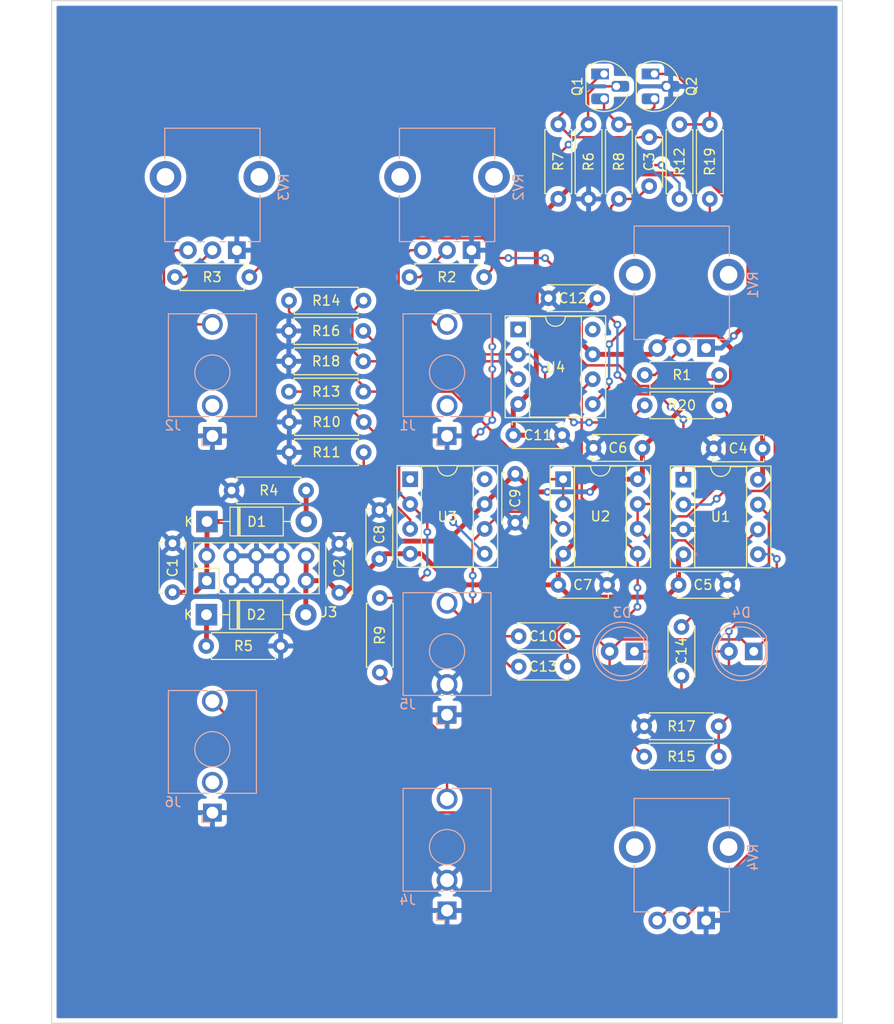
<source format=kicad_pcb>
(kicad_pcb (version 20211014) (generator pcbnew)
  (layers (0 "F.Cu" signal) (31 "B.Cu" signal) (34 "B.Paste" user) (35 "F.Paste" user) (36 "B.SilkS" user "B.Silkscreen") (37 "F.SilkS" user "F.Silkscreen") (38 "B.Mask" user) (39 "F.Mask" user) (44 "Edge.Cuts" user))
  (net 0 "")
  (net 1 "+12V")
  (net 2 "GND")
  (net 3 "-12V")
  (net 4 "Net-(C3-Pad1)")
  (net 5 "Net-(C3-Pad2)")
  (net 6 "Net-(C10-Pad1)")
  (net 7 "Net-(C10-Pad2)")
  (net 8 "Net-(C13-Pad1)")
  (net 9 "Net-(C13-Pad2)")
  (net 10 "Net-(C14-Pad1)")
  (net 11 "Net-(C14-Pad2)")
  (net 12 "Net-(D1-Pad2)")
  (net 13 "Net-(D2-Pad1)")
  (net 14 "Net-(D3-Pad1)")
  (net 16 "Net-(J1-PadT)")
  (net 18 "Net-(J2-PadT)")
  (net 19 "Net-(J4-PadT)")
  (net 21 "Net-(Q1-Pad2)")
  (net 22 "Net-(Q1-Pad3)")
  (net 23 "Net-(Q2-Pad1)")
  (net 24 "Net-(R1-Pad1)")
  (net 25 "Net-(R2-Pad1)")
  (net 26 "Net-(R3-Pad1)")
  (net 27 "Net-(R10-Pad1)")
  (net 28 "Net-(R11-Pad1)")
  (net 29 "Net-(R12-Pad2)")
  (net 30 "Net-(R13-Pad2)")
  (net 31 "Net-(R14-Pad2)")
  (net 32 "Net-(R16-Pad1)")
  (net 33 "Net-(R19-Pad2)")
  (net 34 "Net-(RV4-Pad2)")
  (footprint "Capacitor_THT:C_Disc_D5.0mm_W2.5mm_P5.00mm" (layer "F.Cu") (at 129.45 104.025 -90)
    (fp_text reference "C2")
    (fp_text value "1u")
  )
  (footprint "Capacitor_THT:C_Disc_D5.0mm_W2.5mm_P5.00mm" (layer "F.Cu") (at 172.75 94.275 180)
    (fp_text reference "C4")
    (fp_text value "0.1u")
  )
  (footprint "Resistor_THT:R_Axial_DIN0207_L6.3mm_D2.5mm_P7.62mm_Horizontal" (layer "F.Cu") (at 133.6 117.185 90)
    (fp_text reference "R9")
    (fp_text value "10k")
  )
  (footprint "Resistor_THT:R_Axial_DIN0207_L6.3mm_D2.5mm_P7.62mm_Horizontal" (layer "F.Cu") (at 131.91 82.275 180)
    (fp_text reference "R16")
    (fp_text value "220")
  )
  (footprint "Capacitor_THT:C_Disc_D5.0mm_W2.5mm_P5.00mm" (layer "F.Cu") (at 164.15 108.225)
    (fp_text reference "C5")
    (fp_text value "0.1u")
  )
  (footprint "Capacitor_THT:C_Disc_D5.0mm_W2.5mm_P5.00mm" (layer "F.Cu") (at 161.15 62.475 -90)
    (fp_text reference "C3")
    (fp_text value "4.7n")
  )
  (footprint "Resistor_THT:R_Axial_DIN0207_L6.3mm_D2.5mm_P7.62mm_Horizontal" (layer "F.Cu") (at 158.05 61.165 -90)
    (fp_text reference "R8")
    (fp_text value "4.7k")
  )
  (footprint "Resistor_THT:R_Axial_DIN0207_L6.3mm_D2.5mm_P7.62mm_Horizontal" (layer "F.Cu") (at 167.35 61.165 -90)
    (fp_text reference "R19")
    (fp_text value "10k")
  )
  (footprint "Package_DIP:DIP-8_W7.62mm_Socket" (layer "F.Cu") (at 136.7 97.425)
    (fp_text reference "U3")
    (fp_text value "CA3080")
  )
  (footprint "Capacitor_THT:C_Disc_D5.0mm_W2.5mm_P5.00mm" (layer "F.Cu") (at 152.8 116.575 180)
    (fp_text reference "C13")
    (fp_text value "1n")
  )
  (footprint "Package_DIP:DIP-8_W7.62mm_Socket" (layer "F.Cu") (at 152.35 97.425)
    (fp_text reference "U2")
    (fp_text value "TL072")
  )
  (footprint "Resistor_THT:R_Axial_DIN0207_L6.3mm_D2.5mm_P7.62mm_Horizontal" (layer "F.Cu") (at 124.3 88.475)
    (fp_text reference "R13")
    (fp_text value "10k")
  )
  (footprint "Resistor_THT:R_Axial_DIN0207_L6.3mm_D2.5mm_P7.62mm_Horizontal" (layer "F.Cu") (at 112.64 76.775)
    (fp_text reference "R3")
    (fp_text value "100k")
  )
  (footprint "Resistor_THT:R_Axial_DIN0207_L6.3mm_D2.5mm_P7.62mm_Horizontal" (layer "F.Cu") (at 160.64 122.675)
    (fp_text reference "R17")
    (fp_text value "2.2k")
  )
  (footprint "Capacitor_THT:C_Disc_D5.0mm_W2.5mm_P5.00mm" (layer "F.Cu") (at 133.55 100.575 -90)
    (fp_text reference "C8")
    (fp_text value "0.1u")
  )
  (footprint "Resistor_THT:R_Axial_DIN0207_L6.3mm_D2.5mm_P7.62mm_Horizontal" (layer "F.Cu") (at 131.91 85.375 180)
    (fp_text reference "R18")
    (fp_text value "220")
  )
  (footprint "Resistor_THT:R_Axial_DIN0207_L6.3mm_D2.5mm_P7.62mm_Horizontal" (layer "F.Cu") (at 136.64 76.775)
    (fp_text reference "R2")
    (fp_text value "100k")
  )
  (footprint "Capacitor_THT:C_Disc_D5.0mm_W2.5mm_P5.00mm" (layer "F.Cu") (at 151.85 108.225)
    (fp_text reference "C7")
    (fp_text value "0.1u")
  )
  (footprint "Resistor_THT:R_Axial_DIN0207_L6.3mm_D2.5mm_P7.62mm_Horizontal" (layer "F.Cu") (at 131.96 91.575 180)
    (fp_text reference "R10")
    (fp_text value "220")
  )
  (footprint "Capacitor_THT:C_Disc_D5.0mm_W2.5mm_P5.00mm" (layer "F.Cu") (at 164.45 112.525 -90)
    (fp_text reference "C14")
    (fp_text value "0.47u")
  )
  (footprint "Diode_THT:D_DO-41_SOD81_P10.16mm_Horizontal" (layer "F.Cu") (at 115.87 111.275)
    (fp_text reference "D2")
    (fp_text value "1N5819")
  )
  (footprint "Capacitor_THT:C_Disc_D5.0mm_W2.5mm_P5.00mm" (layer "F.Cu") (at 152.25 92.925 180)
    (fp_text reference "C11")
    (fp_text value "0.1u")
  )
  (footprint "Package_DIP:DIP-8_W7.62mm_Socket" (layer "F.Cu") (at 147.75 82.125)
    (fp_text reference "U4")
    (fp_text value "CA3080")
  )
  (footprint "Resistor_THT:R_Axial_DIN0207_L6.3mm_D2.5mm_P7.62mm_Horizontal" (layer "F.Cu") (at 160.69 86.775)
    (fp_text reference "R1")
    (fp_text value "100k")
  )
  (footprint "Package_TO_SOT_THT:TO-92_HandSolder" (layer "F.Cu") (at 156.53 56.005 -90)
    (fp_text reference "Q1")
    (fp_text value "BC558")
  )
  (footprint "Capacitor_THT:C_Disc_D5.0mm_W2.5mm_P5.00mm" (layer "F.Cu") (at 150.85 78.925)
    (fp_text reference "C12")
    (fp_text value "0.1u")
  )
  (footprint "Resistor_THT:R_Axial_DIN0207_L6.3mm_D2.5mm_P7.62mm_Horizontal" (layer "F.Cu") (at 115.84 114.475)
    (fp_text reference "R5")
    (fp_text value "10")
  )
  (footprint "Connector_PinHeader_2.54mm:PinHeader_2x05_P2.54mm_Vertical" (layer "F.Cu") (at 115.9 107.8 90)
    (fp_text reference "J3")
    (fp_text value "Conn_02x05_Odd_Even")
  )
  (footprint "Capacitor_THT:C_Disc_D5.0mm_W2.5mm_P5.00mm" (layer "F.Cu") (at 112.4 108.975 90)
    (fp_text reference "C1")
    (fp_text value "1u")
  )
  (footprint "Capacitor_THT:C_Disc_D5.0mm_W2.5mm_P5.00mm" (layer "F.Cu") (at 147.8 113.475)
    (fp_text reference "C10")
    (fp_text value "1n")
  )
  (footprint "Diode_THT:D_DO-41_SOD81_P10.16mm_Horizontal" (layer "F.Cu") (at 115.92 101.75)
    (fp_text reference "D1")
    (fp_text value "1N5819")
  )
  (footprint "Package_DIP:DIP-8_W7.62mm_Socket" (layer "F.Cu") (at 164.65 97.475)
    (fp_text reference "U1")
    (fp_text value "TL072")
  )
  (footprint "Capacitor_THT:C_Disc_D5.0mm_W2.5mm_P5.00mm" (layer "F.Cu") (at 160.45 94.225 180)
    (fp_text reference "C6")
    (fp_text value "0.1u")
  )
  (footprint "Resistor_THT:R_Axial_DIN0207_L6.3mm_D2.5mm_P7.62mm_Horizontal" (layer "F.Cu") (at 131.95 94.675 180)
    (fp_text reference "R11")
    (fp_text value "220")
  )
  (footprint "Resistor_THT:R_Axial_DIN0207_L6.3mm_D2.5mm_P7.62mm_Horizontal" (layer "F.Cu") (at 160.69 89.875)
    (fp_text reference "R20")
    (fp_text value "10k")
  )
  (footprint "Resistor_THT:R_Axial_DIN0207_L6.3mm_D2.5mm_P7.62mm_Horizontal" (layer "F.Cu") (at 151.85 61.155 -90)
    (fp_text reference "R7")
    (fp_text value "330k")
  )
  (footprint "Resistor_THT:R_Axial_DIN0207_L6.3mm_D2.5mm_P7.62mm_Horizontal" (layer "F.Cu") (at 118.44 98.575)
    (fp_text reference "R4")
    (fp_text value "10")
  )
  (footprint "Resistor_THT:R_Axial_DIN0207_L6.3mm_D2.5mm_P7.62mm_Horizontal" (layer "F.Cu") (at 160.64 125.775)
    (fp_text reference "R15")
    (fp_text value "10k")
  )
  (footprint "Package_TO_SOT_THT:TO-92_HandSolder" (layer "F.Cu") (at 161.68 56.005 -90)
    (fp_text reference "Q2")
    (fp_text value "BC558")
  )
  (footprint "Resistor_THT:R_Axial_DIN0207_L6.3mm_D2.5mm_P7.62mm_Horizontal" (layer "F.Cu") (at 124.31 79.175)
    (fp_text reference "R14")
    (fp_text value "10k")
  )
  (footprint "Resistor_THT:R_Axial_DIN0207_L6.3mm_D2.5mm_P7.62mm_Horizontal" (layer "F.Cu") (at 164.25 61.165 -90)
    (fp_text reference "R12")
    (fp_text value "10k")
  )
  (footprint "Resistor_THT:R_Axial_DIN0207_L6.3mm_D2.5mm_P7.62mm_Horizontal" (layer "F.Cu") (at 154.95 61.165 -90)
    (fp_text reference "R6")
    (fp_text value "2.2k")
  )
  (footprint "Capacitor_THT:C_Disc_D5.0mm_W2.5mm_P5.00mm" (layer "F.Cu") (at 147.45 101.875 90)
    (fp_text reference "C9")
    (fp_text value "0.1u")
  )
  (footprint "Connector_Audio:Jack_3.5mm_QingPu_WQP-PJ398SM_Vertical_CircularHoles" (layer "B.Cu") (at 140.475 121.505)
    (fp_text reference "J5")
    (fp_text value "AudioJack2_SwitchT")
  )
  (footprint "LED_THT:LED_D5.0mm" (layer "B.Cu") (at 159.645 115.025 180)
    (fp_text reference "D3")
    (fp_text value "LED")
  )
  (footprint "Connector_Audio:Jack_3.5mm_QingPu_WQP-PJ398SM_Vertical_CircularHoles" (layer "B.Cu") (at 116.475 93.005)
    (fp_text reference "J2")
    (fp_text value "AudioJack2_SwitchT")
  )
  (footprint "Connector_Audio:Jack_3.5mm_QingPu_WQP-PJ398SM_Vertical_CircularHoles" (layer "B.Cu") (at 140.475 93.005)
    (fp_text reference "J1")
    (fp_text value "AudioJack2_SwitchT")
  )
  (footprint "Potentiometer_THT:Potentiometer_Alpha_RD901F-40-00D_Single_Vertical_CircularHoles" (layer "B.Cu") (at 166.975 84.025 90)
    (fp_text reference "RV1")
    (fp_text value "R_Potentiometer")
  )
  (footprint "LED_THT:LED_D5.0mm" (layer "B.Cu") (at 171.845 115.025 180)
    (fp_text reference "D4")
    (fp_text value "LED")
  )
  (footprint "Connector_Audio:Jack_3.5mm_QingPu_WQP-PJ398SM_Vertical_CircularHoles" (layer "B.Cu") (at 116.475 131.505)
    (fp_text reference "J6")
    (fp_text value "AudioJack2_SwitchT")
  )
  (footprint "Potentiometer_THT:Potentiometer_Alpha_RD901F-40-00D_Single_Vertical_CircularHoles" (layer "B.Cu") (at 118.975 74.025 90)
    (fp_text reference "RV3")
    (fp_text value "R_Potentiometer")
  )
  (footprint "Potentiometer_THT:Potentiometer_Alpha_RD901F-40-00D_Single_Vertical_CircularHoles" (layer "B.Cu") (at 142.975 74.025 90)
    (fp_text reference "RV2")
    (fp_text value "R_Potentiometer")
  )
  (footprint "Connector_Audio:Jack_3.5mm_QingPu_WQP-PJ398SM_Vertical_CircularHoles" (layer "B.Cu") (at 140.475 141.505)
    (fp_text reference "J4")
    (fp_text value "AudioJack2_SwitchT")
  )
  (footprint "Potentiometer_THT:Potentiometer_Alpha_RD901F-40-00D_Single_Vertical_CircularHoles" (layer "B.Cu") (at 166.975 142.525 90)
    (fp_text reference "RV4")
    (fp_text value "R_Potentiometer")
  )
  (gr_rect (start 180.925 48.525) (end 100.025 153.025) (layer "Edge.Cuts") (width 0.1) (fill none))
  (segment (start 169.275 87.6) (end 169.290489 87.615489) (width 0.5) (layer "F.Cu") (net 1))
  (segment (start 118.275 101.75) (end 115.92 101.75) (width 0.5) (layer "F.Cu") (net 1))
  (segment (start 172.75 94.275) (end 172.75 90.505978) (width 0.5) (layer "F.Cu") (net 1))
  (segment (start 147.45 96.875) (end 147.41 96.875) (width 0.5) (layer "F.Cu") (net 1))
  (segment (start 172.75 96.995) (end 172.27 97.475) (width 0.5) (layer "F.Cu") (net 1))
  (segment (start 160.45 94.225) (end 166.650489 88.024511) (width 0.5) (layer "F.Cu") (net 1))
  (segment (start 169.290489 87.615489) (end 169.859511 87.615489) (width 0.5) (layer "F.Cu") (net 1))
  (segment (start 159.97 97.425) (end 156.4 97.425) (width 0.5) (layer "F.Cu") (net 1))
  (segment (start 155.85 78.925) (end 154.120489 80.654511) (width 0.5) (layer "F.Cu") (net 1))
  (segment (start 160.45 94.225) (end 160.45 96.945) (width 0.5) (layer "F.Cu") (net 1))
  (segment (start 156.4 97.425) (end 155.1 98.725) (width 0.5) (layer "F.Cu") (net 1))
  (segment (start 169.559511 87.315489) (end 169.559511 84.084511) (width 0.5) (layer "F.Cu") (net 1))
  (segment (start 115.92 105.24) (end 115.9 105.26) (width 0.5) (layer "F.Cu") (net 1))
  (segment (start 160.45 96.945) (end 159.97 97.425) (width 0.5) (layer "F.Cu") (net 1))
  (segment (start 150.75 98.725) (end 149.3 98.725) (width 0.5) (layer "F.Cu") (net 1))
  (segment (start 115.92 101.75) (end 115.92 105.24) (width 0.5) (layer "F.Cu") (net 1))
  (segment (start 112.4 108.975) (end 114.725 108.975) (width 0.5) (layer "F.Cu") (net 1))
  (segment (start 147.41 96.875) (end 144.32 99.965) (width 0.5) (layer "F.Cu") (net 1))
  (segment (start 172.75 90.505978) (end 169.859511 87.615489) (width 0.5) (layer "F.Cu") (net 1))
  (segment (start 169.559511 84.084511) (end 168.150489 82.675489) (width 0.5) (layer "F.Cu") (net 1))
  (segment (start 114.725 108.975) (end 115.9 107.8) (width 0.5) (layer "F.Cu") (net 1))
  (segment (start 169.859511 87.615489) (end 169.559511 87.315489) (width 0.5) (layer "F.Cu") (net 1))
  (segment (start 130.25 102.575) (end 128.7 102.575) (width 0.5) (layer "F.Cu") (net 1))
  (segment (start 128.7 102.575) (end 127.55 103.725) (width 0.5) (layer "F.Cu") (net 1))
  (segment (start 155.37 84.665) (end 161.335 84.665) (width 0.5) (layer "F.Cu") (net 1))
  (segment (start 144.32 99.965) (end 140.530489 103.754511) (width 0.5) (layer "F.Cu") (net 1))
  (segment (start 149.3 98.725) (end 147.45 96.875) (width 0.5) (layer "F.Cu") (net 1))
  (segment (start 166.650489 88.024511) (end 168.850489 88.024511) (width 0.5) (layer "F.Cu") (net 1))
  (segment (start 140.530489 103.754511) (end 131.429511 103.754511) (width 0.5) (layer "F.Cu") (net 1))
  (segment (start 168.150489 82.675489) (end 163.324511 82.675489) (width 0.5) (layer "F.Cu") (net 1))
  (segment (start 131.429511 103.754511) (end 130.25 102.575) (width 0.5) (layer "F.Cu") (net 1))
  (segment (start 115.9 107.8) (end 115.9 105.26) (width 0.5) (layer "F.Cu") (net 1))
  (segment (start 154.120489 80.654511) (end 154.120489 83.415489) (width 0.5) (layer "F.Cu") (net 1))
  (segment (start 172.75 94.275) (end 172.75 96.995) (width 0.5) (layer "F.Cu") (net 1))
  (segment (start 154.120489 83.415489) (end 155.37 84.665) (width 0.5) (layer "F.Cu") (net 1))
  (segment (start 127.55 103.725) (end 120.25 103.725) (width 0.5) (layer "F.Cu") (net 1))
  (segment (start 163.324511 82.675489) (end 161.975 84.025) (width 0.5) (layer "F.Cu") (net 1))
  (segment (start 169.275 87.6) (end 169.559511 87.315489) (width 0.5) (layer "F.Cu") (net 1))
  (segment (start 168.850489 88.024511) (end 169.275 87.6) (width 0.5) (layer "F.Cu") (net 1))
  (segment (start 120.25 103.725) (end 118.275 101.75) (width 0.5) (layer "F.Cu") (net 1))
  (segment (start 161.335 84.665) (end 161.975 84.025) (width 0.5) (layer "F.Cu") (net 1))
  (via (at 155.1 98.725) (size 0.8) (drill 0.4) (layers "F.Cu" "B.Cu") (net 1))
  (via (at 150.75 98.725) (size 0.8) (drill 0.4) (layers "F.Cu" "B.Cu") (net 1))
  (segment (start 155.090489 98.715489) (end 150.759511 98.715489) (width 0.5) (layer "B.Cu") (net 1))
  (segment (start 150.759511 98.715489) (end 150.75 98.725) (width 0.5) (layer "B.Cu") (net 1))
  (segment (start 155.1 98.725) (end 155.090489 98.715489) (width 0.5) (layer "B.Cu") (net 1))
  (segment (start 164.15 108.225) (end 164.15 105.595) (width 0.5) (layer "F.Cu") (net 3))
  (segment (start 162.900489 109.474511) (end 164.15 108.225) (width 0.5) (layer "F.Cu") (net 3))
  (segment (start 149.600489 87.894511) (end 147.75 89.745) (width 0.5) (layer "F.Cu") (net 3))
  (segment (start 134.08 105.045) (end 133.55 105.575) (width 0.5) (layer "F.Cu") (net 3))
  (segment (start 151.85 108.225) (end 151.85 105.545) (width 0.5) (layer "F.Cu") (net 3))
  (segment (start 151.85 105.545) (end 152.35 105.045) (width 0.5) (layer "F.Cu") (net 3))
  (segment (start 136.7 105.045) (end 134.08 105.045) (width 0.5) (layer "F.Cu") (net 3))
  (segment (start 154.399511 66.225489) (end 166.600489 66.225489) (width 0.5) (layer "F.Cu") (net 3))
  (segment (start 147.25 90.245) (end 147.75 89.745) (width 0.5) (layer "F.Cu") (net 3))
  (segment (start 130.1 109.025) (end 129.45 109.025) (width 0.5) (layer "F.Cu") (net 3))
  (segment (start 126.03 111.275) (end 126.03 107.83) (width 0.5) (layer "F.Cu") (net 3))
  (segment (start 153.65 96.225978) (end 153.65 103.745) (width 0.5) (layer "F.Cu") (net 3))
  (segment (start 151.85 108.225) (end 153.099511 109.474511) (width 0.5) (layer "F.Cu") (net 3))
  (segment (start 147.25 92.925) (end 147.25 90.245) (width 0.5) (layer "F.Cu") (net 3))
  (segment (start 133.55 105.575) (end 130.1 109.025) (width 0.5) (layer "F.Cu") (net 3))
  (segment (start 150.349022 92.925) (end 153.65 96.225978) (width 0.5) (layer "F.Cu") (net 3))
  (segment (start 171.344511 81.230489) (end 169.8 82.775) (width 0.5) (layer "F.Cu") (net 3))
  (segment (start 151.85 68.775) (end 154.399511 66.225489) (width 0.5) (layer "F.Cu") (net 3))
  (segment (start 137.83137 105.045) (end 141.01137 108.225) (width 0.5) (layer "F.Cu") (net 3))
  (segment (start 149.600489 71.024511) (end 149.600489 87.894511) (width 0.5) (layer "F.Cu") (net 3))
  (segment (start 141.01137 108.225) (end 151.85 108.225) (width 0.5) (layer "F.Cu") (net 3))
  (segment (start 128.225 107.8) (end 129.45 109.025) (width 0.5) (layer "F.Cu") (net 3))
  (segment (start 153.099511 109.474511) (end 162.900489 109.474511) (width 0.5) (layer "F.Cu") (net 3))
  (segment (start 166.600489 66.225489) (end 171.344511 70.969511) (width 0.5) (layer "F.Cu") (net 3))
  (segment (start 151.85 68.775) (end 149.600489 71.024511) (width 0.5) (layer "F.Cu") (net 3))
  (segment (start 126.06 107.8) (end 128.225 107.8) (width 0.5) (layer "F.Cu") (net 3))
  (segment (start 164.15 105.595) (end 164.65 105.095) (width 0.5) (layer "F.Cu") (net 3))
  (segment (start 171.344511 70.969511) (end 171.344511 81.230489) (width 0.5) (layer "F.Cu") (net 3))
  (segment (start 153.65 103.745) (end 152.35 105.045) (width 0.5) (layer "F.Cu") (net 3))
  (segment (start 147.25 92.925) (end 150.349022 92.925) (width 0.5) (layer "F.Cu") (net 3))
  (segment (start 126.03 107.83) (end 126.06 107.8) (width 0.5) (layer "F.Cu") (net 3))
  (segment (start 136.7 105.045) (end 137.83137 105.045) (width 0.5) (layer "F.Cu") (net 3))
  (segment (start 126.06 105.26) (end 126.06 107.8) (width 0.5) (layer "F.Cu") (net 3))
  (via (at 169.8 82.775) (size 0.8) (drill 0.4) (layers "F.Cu" "B.Cu") (net 3))
  (segment (start 166.975 84.025) (end 168.55 84.025) (width 0.5) (layer "B.Cu") (net 3))
  (segment (start 168.55 84.025) (end 169.8 82.775) (width 0.5) (layer "B.Cu") (net 3))
  (segment (start 151.85 60.441433) (end 151.85 61.155) (width 0.25) (layer "F.Cu") (net 4))
  (segment (start 151.85 61.155) (end 153.17 62.475) (width 0.25) (layer "F.Cu") (net 4))
  (segment (start 171.91903 88.84403) (end 171.91903 70.731537) (width 0.25) (layer "F.Cu") (net 4))
  (segment (start 168.85 98.625) (end 172.7103 98.625) (width 0.25) (layer "F.Cu") (net 4))
  (segment (start 156.53 56.005) (end 156.286433 56.005) (width 0.25) (layer "F.Cu") (net 4))
  (segment (start 174 97.3353) (end 174 90.925) (width 0.25) (layer "F.Cu") (net 4))
  (segment (start 153.17 62.475) (end 161.15 62.475) (width 0.25) (layer "F.Cu") (net 4))
  (segment (start 171.91903 70.731537) (end 163.662493 62.475) (width 0.25) (layer "F.Cu") (net 4))
  (segment (start 156.286433 56.005) (end 151.85 60.441433) (width 0.25) (layer "F.Cu") (net 4))
  (segment (start 163.662493 62.475) (end 161.15 62.475) (width 0.25) (layer "F.Cu") (net 4))
  (segment (start 174 90.925) (end 171.91903 88.84403) (width 0.25) (layer "F.Cu") (net 4))
  (segment (start 172.7103 98.625) (end 174 97.3353) (width 0.25) (layer "F.Cu") (net 4))
  (segment (start 168.05 99.425) (end 168.85 98.625) (width 0.25) (layer "F.Cu") (net 4))
  (via (at 168.05 99.425) (size 0.8) (drill 0.4) (layers "F.Cu" "B.Cu") (net 4))
  (segment (start 164.65 100.015) (end 167.46 100.015) (width 0.25) (layer "B.Cu") (net 4))
  (segment (start 167.46 100.015) (end 168.05 99.425) (width 0.25) (layer "B.Cu") (net 4))
  (segment (start 159.84 68.785) (end 161.15 67.475) (width 0.25) (layer "F.Cu") (net 5))
  (segment (start 157.250001 80.975001) (end 157.9 81.625) (width 0.25) (layer "F.Cu") (net 5))
  (segment (start 162.075489 88.750489) (end 159.875489 88.750489) (width 0.25) (layer "F.Cu") (net 5))
  (segment (start 163.35 90.025) (end 162.075489 88.750489) (width 0.25) (layer "F.Cu") (net 5))
  (segment (start 158.05 68.785) (end 159.84 68.785) (width 0.25) (layer "F.Cu") (net 5))
  (segment (start 158.05 68.785) (end 157.250001 69.584999) (width 0.25) (layer "F.Cu") (net 5))
  (segment (start 159.875489 88.750489) (end 157.9 86.775) (width 0.25) (layer "F.Cu") (net 5))
  (segment (start 164.65 97.475) (end 164.65 91.325) (width 0.25) (layer "F.Cu") (net 5))
  (segment (start 157.250001 69.584999) (end 157.250001 80.975001) (width 0.25) (layer "F.Cu") (net 5))
  (via (at 164.65 91.325) (size 0.8) (drill 0.4) (layers "F.Cu" "B.Cu") (net 5))
  (via (at 157.9 81.625) (size 0.8) (drill 0.4) (layers "F.Cu" "B.Cu") (net 5))
  (via (at 163.35 90.025) (size 0.8) (drill 0.4) (layers "F.Cu" "B.Cu") (net 5))
  (via (at 157.9 86.775) (size 0.8) (drill 0.4) (layers "F.Cu" "B.Cu") (net 5))
  (segment (start 157.9 81.625) (end 157.9 86.775) (width 0.25) (layer "B.Cu") (net 5))
  (segment (start 164.65 91.325) (end 163.35 90.025) (width 0.25) (layer "B.Cu") (net 5))
  (segment (start 150.595489 100.750489) (end 152.35 102.505) (width 0.25) (layer "F.Cu") (net 6))
  (segment (start 146.074511 100.750489) (end 150.595489 100.750489) (width 0.25) (layer "F.Cu") (net 6))
  (segment (start 143.1 103.725) (end 143.1 107.275) (width 0.25) (layer "F.Cu") (net 6))
  (segment (start 146.1 113.475) (end 143.1 110.475) (width 0.25) (layer "F.Cu") (net 6))
  (segment (start 144.32 102.505) (end 146.074511 100.750489) (width 0.25) (layer "F.Cu") (net 6))
  (segment (start 147.8 113.475) (end 146.1 113.475) (width 0.25) (layer "F.Cu") (net 6))
  (segment (start 144.32 102.505) (end 143.1 103.725) (width 0.25) (layer "F.Cu") (net 6))
  (segment (start 143.1 110.475) (end 143.1 109.225) (width 0.25) (layer "F.Cu") (net 6))
  (via (at 143.1 109.225) (size 0.8) (drill 0.4) (layers "F.Cu" "B.Cu") (net 6))
  (via (at 143.1 107.275) (size 0.8) (drill 0.4) (layers "F.Cu" "B.Cu") (net 6))
  (segment (start 143.1 107.275) (end 143.1 109.225) (width 0.25) (layer "B.Cu") (net 6))
  (segment (start 170.620489 113.800489) (end 171.845 115.025) (width 0.25) (layer "F.Cu") (net 7))
  (segment (start 157.105 115.025) (end 157.105 122.24) (width 0.25) (layer "F.Cu") (net 7))
  (segment (start 157.105 115.025) (end 158.329511 113.800489) (width 0.25) (layer "F.Cu") (net 7))
  (segment (start 173.394511 101.139511) (end 172.27 100.015) (width 0.25) (layer "F.Cu") (net 7))
  (segment (start 173.394511 113.475489) (end 173.394511 101.139511) (width 0.25) (layer "F.Cu") (net 7))
  (segment (start 158.329511 113.800489) (end 170.620489 113.800489) (width 0.25) (layer "F.Cu") (net 7))
  (segment (start 171.845 115.025) (end 173.394511 113.475489) (width 0.25) (layer "F.Cu") (net 7))
  (segment (start 155.555 113.475) (end 157.105 115.025) (width 0.25) (layer "F.Cu") (net 7))
  (segment (start 157.105 122.24) (end 160.64 125.775) (width 0.25) (layer "F.Cu") (net 7))
  (segment (start 152.8 113.475) (end 155.555 113.475) (width 0.25) (layer "F.Cu") (net 7))
  (segment (start 151.675489 113.940789) (end 151.675489 113.009211) (width 0.25) (layer "F.Cu") (net 8))
  (segment (start 154.245489 99.320489) (end 159.97 105.045) (width 0.25) (layer "F.Cu") (net 8))
  (segment (start 152.6097 112.075) (end 158.35 112.075) (width 0.25) (layer "F.Cu") (net 8))
  (segment (start 159.97 105.045) (end 159.97 108.505) (width 0.25) (layer "F.Cu") (net 8))
  (segment (start 155.37 87.205) (end 154.245489 88.329511) (width 0.25) (layer "F.Cu") (net 8))
  (segment (start 152.8 116.575) (end 152.8 115.0653) (width 0.25) (layer "F.Cu") (net 8))
  (segment (start 151.675489 113.009211) (end 152.6097 112.075) (width 0.25) (layer "F.Cu") (net 8))
  (segment (start 154.245489 88.329511) (end 154.245489 99.320489) (width 0.25) (layer "F.Cu") (net 8))
  (segment (start 158.35 112.075) (end 159.95 110.475) (width 0.25) (layer "F.Cu") (net 8))
  (segment (start 159.97 108.505) (end 159.95 108.525) (width 0.25) (layer "F.Cu") (net 8))
  (segment (start 152.8 115.0653) (end 151.675489 113.940789) (width 0.25) (layer "F.Cu") (net 8))
  (via (at 159.95 108.525) (size 0.8) (drill 0.4) (layers "F.Cu" "B.Cu") (net 8))
  (via (at 159.95 110.475) (size 0.8) (drill 0.4) (layers "F.Cu" "B.Cu") (net 8))
  (segment (start 159.95 108.525) (end 159.95 110.475) (width 0.25) (layer "B.Cu") (net 8))
  (segment (start 140.475 110.105) (end 146.945 116.575) (width 0.25) (layer "F.Cu") (net 9))
  (segment (start 146.945 116.575) (end 147.8 116.575) (width 0.25) (layer "F.Cu") (net 9))
  (segment (start 161.94 99.965) (end 163.2 101.225) (width 0.25) (layer "F.Cu") (net 10))
  (segment (start 165.8 104.6547) (end 164.824811 103.679511) (width 0.25) (layer "F.Cu") (net 10))
  (segment (start 169.109999 97.145301) (end 169.109999 90.674999) (width 0.25) (layer "F.Cu") (net 10))
  (segment (start 161.144511 103.679511) (end 159.97 102.505) (width 0.25) (layer "F.Cu") (net 10))
  (segment (start 164.824811 103.679511) (end 161.144511 103.679511) (width 0.25) (layer "F.Cu") (net 10))
  (segment (start 159.97 99.965) (end 161.94 99.965) (width 0.25) (layer "F.Cu") (net 10))
  (segment (start 163.2 101.225) (end 165.0303 101.225) (width 0.25) (layer "F.Cu") (net 10))
  (segment (start 164.45 112.525) (end 165.8 111.175) (width 0.25) (layer "F.Cu") (net 10))
  (segment (start 159.97 102.505) (end 159.97 99.965) (width 0.25) (layer "F.Cu") (net 10))
  (segment (start 165.0303 101.225) (end 169.109999 97.145301) (width 0.25) (layer "F.Cu") (net 10))
  (segment (start 165.8 111.175) (end 165.8 104.6547) (width 0.25) (layer "F.Cu") (net 10))
  (segment (start 169.109999 90.674999) (end 168.31 89.875) (width 0.25) (layer "F.Cu") (net 10))
  (segment (start 164.45 140.05) (end 161.975 142.525) (width 0.25) (layer "F.Cu") (net 11))
  (segment (start 164.130489 131.494511) (end 164.45 131.175) (width 0.25) (layer "F.Cu") (net 11))
  (segment (start 164.130489 131.494511) (end 164.430489 131.494511) (width 0.25) (layer "F.Cu") (net 11))
  (segment (start 116.475 120.105) (end 127.864511 131.494511) (width 0.25) (layer "F.Cu") (net 11))
  (segment (start 164.45 131.125) (end 164.45 131.475) (width 0.25) (layer "F.Cu") (net 11))
  (segment (start 164.45 131.175) (end 164.45 131.125) (width 0.25) (layer "F.Cu") (net 11))
  (segment (start 164.45 131.475) (end 164.45 131.825) (width 0.25) (layer "F.Cu") (net 11))
  (segment (start 164.45 117.525) (end 164.45 131.125) (width 0.25) (layer "F.Cu") (net 11))
  (segment (start 164.130489 131.494511) (end 164.130489 131.505489) (width 0.25) (layer "F.Cu") (net 11))
  (segment (start 127.864511 131.494511) (end 164.130489 131.494511) (width 0.25) (layer "F.Cu") (net 11))
  (segment (start 164.45 131.825) (end 164.45 140.05) (width 0.25) (layer "F.Cu") (net 11))
  (segment (start 164.130489 131.505489) (end 164.45 131.825) (width 0.25) (layer "F.Cu") (net 11))
  (segment (start 164.430489 131.494511) (end 164.45 131.475) (width 0.25) (layer "F.Cu") (net 11))
  (segment (start 126.06 98.575) (end 126.06 101.73) (width 0.5) (layer "F.Cu") (net 12))
  (segment (start 126.06 101.73) (end 126.08 101.75) (width 0.5) (layer "F.Cu") (net 12))
  (segment (start 115.87 111.275) (end 115.87 114.445) (width 0.5) (layer "F.Cu") (net 13))
  (segment (start 115.87 114.445) (end 115.84 114.475) (width 0.5) (layer "F.Cu") (net 13))
  (segment (start 169.3 112.975) (end 171.1 111.175) (width 0.25) (layer "F.Cu") (net 14))
  (segment (start 169.305 121.63) (end 168.26 122.675) (width 0.25) (layer "F.Cu") (net 14))
  (segment (start 159.645 115.025) (end 169.305 115.025) (width 0.25) (layer "F.Cu") (net 14))
  (segment (start 171.1 111.175) (end 171.1 103.725) (width 0.25) (layer "F.Cu") (net 14))
  (segment (start 171.1 103.725) (end 172.27 102.555) (width 0.25) (layer "F.Cu") (net 14))
  (segment (start 169.305 115.025) (end 169.305 121.63) (width 0.25) (layer "F.Cu") (net 14))
  (segment (start 168.26 125.775) (end 168.26 122.675) (width 0.25) (layer "F.Cu") (net 14))
  (via (at 169.3 112.975) (size 0.8) (drill 0.4) (layers "F.Cu" "B.Cu") (net 14))
  (segment (start 169.305 112.98) (end 169.3 112.975) (width 0.25) (layer "B.Cu") (net 14))
  (segment (start 169.305 115.025) (end 169.305 112.98) (width 0.25) (layer "B.Cu") (net 14))
  (segment (start 135.515489 77.840489) (end 139.28 81.605) (width 0.25) (layer "F.Cu") (net 16))
  (segment (start 135.515489 75.211719) (end 135.515489 77.840489) (width 0.25) (layer "F.Cu") (net 16))
  (segment (start 139.28 81.605) (end 140.475 81.605) (width 0.25) (layer "F.Cu") (net 16))
  (segment (start 137.975 74.025) (end 136.702208 74.025) (width 0.25) (layer "F.Cu") (net 16))
  (segment (start 136.702208 74.025) (end 135.515489 75.211719) (width 0.25) (layer "F.Cu") (net 16))
  (segment (start 112.702208 74.025) (end 111.515489 75.211719) (width 0.25) (layer "F.Cu") (net 18))
  (segment (start 114.968863 81.605) (end 116.475 81.605) (width 0.25) (layer "F.Cu") (net 18))
  (segment (start 111.515489 78.151626) (end 114.968863 81.605) (width 0.25) (layer "F.Cu") (net 18))
  (segment (start 113.975 74.025) (end 112.702208 74.025) (width 0.25) (layer "F.Cu") (net 18))
  (segment (start 111.515489 75.211719) (end 111.515489 78.151626) (width 0.25) (layer "F.Cu") (net 18))
  (segment (start 140.475 124.06) (end 133.6 117.185) (width 0.25) (layer "F.Cu") (net 19))
  (segment (start 140.475 130.105) (end 140.475 124.06) (width 0.25) (layer "F.Cu") (net 19))
  (segment (start 167.844211 87.240789) (end 168.31 86.775) (width 0.25) (layer "F.Cu") (net 21))
  (segment (start 152.9 63.225) (end 144.199511 71.925489) (width 0.25) (layer "F.Cu") (net 21))
  (segment (start 145.4 74.825) (end 145.05 74.475) (width 0.25) (layer "F.Cu") (net 21))
  (segment (start 153.5 84.525) (end 154.764511 85.789511) (width 0.25) (layer "F.Cu") (net 21))
  (segment (start 153.5 77.825) (end 153.5 84.525) (width 0.25) (layer "F.Cu") (net 21))
  (segment (start 143.974511 72.800489) (end 144.199511 72.800489) (width 0.25) (layer "F.Cu") (net 21))
  (segment (start 144.199511 71.925489) (end 144.199511 72.425489) (width 0.25) (layer "F.Cu") (net 21))
  (segment (start 154.9 58.027151) (end 154.9 61.115) (width 0.25) (layer "F.Cu") (net 21))
  (segment (start 145.05 74.425) (end 145.05 74.825) (width 0.25) (layer "F.Cu") (net 21))
  (segment (start 144.199511 72.800489) (end 145.05 73.650978) (width 0.25) (layer "F.Cu") (net 21))
  (segment (start 158.064511 85.789511) (end 160.174511 87.899511) (width 0.25) (layer "F.Cu") (net 21))
  (segment (start 154.764511 85.789511) (end 158.064511 85.789511) (width 0.25) (layer "F.Cu") (net 21))
  (segment (start 144.199511 72.575489) (end 144.199511 72.425489) (width 0.25) (layer "F.Cu") (net 21))
  (segment (start 161.375489 87.899511) (end 162.034211 87.240789) (width 0.25) (layer "F.Cu") (net 21))
  (segment (start 145.05 74.475) (end 145.05 74.425) (width 0.25) (layer "F.Cu") (net 21))
  (segment (start 145.05 75.175) (end 145.4 74.825) (width 0.25) (layer "F.Cu") (net 21))
  (segment (start 162.034211 87.240789) (end 167.844211 87.240789) (width 0.25) (layer "F.Cu") (net 21))
  (segment (start 120.26 76.775) (end 124.234511 72.800489) (width 0.25) (layer "F.Cu") (net 21))
  (segment (start 145.05 75.175) (end 145.05 75.985) (width 0.25) (layer "F.Cu") (net 21))
  (segment (start 145.05 75.985) (end 144.26 76.775) (width 0.25) (layer "F.Cu") (net 21))
  (segment (start 160.174511 87.899511) (end 161.375489 87.899511) (width 0.25) (layer "F.Cu") (net 21))
  (segment (start 154.9 61.115) (end 154.95 61.165) (width 0.25) (layer "F.Cu") (net 21))
  (segment (start 145.05 73.650978) (end 145.05 74.425) (width 0.25) (layer "F.Cu") (net 21))
  (segment (start 145.05 74.825) (end 145.45 74.825) (width 0.25) (layer "F.Cu") (net 21))
  (segment (start 145.4 74.825) (end 145.45 74.825) (width 0.25) (layer "F.Cu") (net 21))
  (segment (start 143.974511 72.800489) (end 144.199511 72.575489) (width 0.25) (layer "F.Cu") (net 21))
  (segment (start 155.652151 57.275) (end 154.9 58.027151) (width 0.25) (layer "F.Cu") (net 21))
  (segment (start 145.45 74.825) (end 146.75 74.825) (width 0.25) (layer "F.Cu") (net 21))
  (segment (start 124.234511 72.800489) (end 143.974511 72.800489) (width 0.25) (layer "F.Cu") (net 21))
  (segment (start 150.5 74.825) (end 153.5 77.825) (width 0.25) (layer "F.Cu") (net 21))
  (segment (start 144.199511 72.425489) (end 144.199511 72.800489) (width 0.25) (layer "F.Cu") (net 21))
  (segment (start 145.05 74.825) (end 145.05 75.175) (width 0.25) (layer "F.Cu") (net 21))
  (segment (start 157.8 57.275) (end 155.652151 57.275) (width 0.25) (layer "F.Cu") (net 21))
  (via (at 146.75 74.825) (size 0.8) (drill 0.4) (layers "F.Cu" "B.Cu") (net 21))
  (via (at 150.5 74.825) (size 0.8) (drill 0.4) (layers "F.Cu" "B.Cu") (net 21))
  (via (at 152.9 63.225) (size 0.8) (drill 0.4) (layers "F.Cu" "B.Cu") (net 21))
  (segment (start 146.75 74.825) (end 150.5 74.825) (width 0.25) (layer "B.Cu") (net 21))
  (segment (start 154.95 61.165) (end 152.9 63.215) (width 0.25) (layer "B.Cu") (net 21))
  (segment (start 152.9 63.215) (end 152.9 63.225) (width 0.25) (layer "B.Cu") (net 21))
  (segment (start 161.68 59.395) (end 161.68 58.545) (width 0.25) (layer "F.Cu") (net 22))
  (segment (start 156.53 59.645) (end 158.05 61.165) (width 0.25) (layer "F.Cu") (net 22))
  (segment (start 159.91 61.165) (end 161.68 59.395) (width 0.25) (layer "F.Cu") (net 22))
  (segment (start 158.05 61.165) (end 159.91 61.165) (width 0.25) (layer "F.Cu") (net 22))
  (segment (start 156.53 58.545) (end 156.53 59.645) (width 0.25) (layer "F.Cu") (net 22))
  (segment (start 164.25 61.165) (end 167.35 61.165) (width 0.25) (layer "F.Cu") (net 23))
  (segment (start 163.827849 56.005) (end 167.35 59.527151) (width 0.25) (layer "F.Cu") (net 23))
  (segment (start 167.35 59.527151) (end 167.35 61.165) (width 0.25) (layer "F.Cu") (net 23))
  (segment (start 161.68 56.005) (end 163.827849 56.005) (width 0.25) (layer "F.Cu") (net 23))
  (segment (start 160.69 86.775) (end 161.725 86.775) (width 0.25) (layer "F.Cu") (net 24))
  (segment (start 161.725 86.775) (end 164.475 84.025) (width 0.25) (layer "F.Cu") (net 24))
  (segment (start 136.64 76.775) (end 137.725 76.775) (width 0.25) (layer "F.Cu") (net 25))
  (segment (start 137.725 76.775) (end 140.475 74.025) (width 0.25) (layer "F.Cu") (net 25))
  (segment (start 113.725 76.775) (end 116.475 74.025) (width 0.25) (layer "F.Cu") (net 26))
  (segment (start 112.64 76.775) (end 113.725 76.775) (width 0.25) (layer "F.Cu") (net 26))
  (segment (start 124.3 88.475) (end 128.86 88.475) (width 0.25) (layer "F.Cu") (net 27))
  (segment (start 133.6 109.565) (end 135.86 109.565) (width 0.25) (layer "F.Cu") (net 27))
  (segment (start 135.575489 95.190489) (end 135.575489 98.840489) (width 0.25) (layer "F.Cu") (net 27))
  (segment (start 135.86 109.565) (end 138.45 106.975) (width 0.25) (layer "F.Cu") (net 27))
  (segment (start 138.45 102.825) (end 138.45 101.715) (width 0.25) (layer "F.Cu") (net 27))
  (segment (start 138.45 101.715) (end 136.7 99.965) (width 0.25) (layer "F.Cu") (net 27))
  (segment (start 128.86 88.475) (end 131.96 91.575) (width 0.25) (layer "F.Cu") (net 27))
  (segment (start 135.575489 98.840489) (end 136.7 99.965) (width 0.25) (layer "F.Cu") (net 27))
  (segment (start 131.96 91.575) (end 135.575489 95.190489) (width 0.25) (layer "F.Cu") (net 27))
  (via (at 138.45 106.975) (size 0.8) (drill 0.4) (layers "F.Cu" "B.Cu") (net 27))
  (via (at 138.45 102.825) (size 0.8) (drill 0.4) (layers "F.Cu" "B.Cu") (net 27))
  (segment (start 138.45 106.975) (end 138.45 102.825) (width 0.25) (layer "B.Cu") (net 27))
  (segment (start 131.95 94.675) (end 131.95 96.8053) (width 0.25) (layer "F.Cu") (net 28))
  (segment (start 136.7 101.5553) (end 136.7 102.505) (width 0.25) (layer "F.Cu") (net 28))
  (segment (start 131.95 96.8053) (end 136.7 101.5553) (width 0.25) (layer "F.Cu") (net 28))
  (segment (start 145.1 83.875) (end 145.1 80.325) (width 0.25) (layer "F.Cu") (net 29))
  (segment (start 147.1 78.325) (end 147.5 77.925) (width 0.25) (layer "F.Cu") (net 29))
  (segment (start 145.1 80.325) (end 147.1 78.325) (width 0.25) (layer "F.Cu") (net 29))
  (segment (start 147.5 69.775) (end 151.95 65.325) (width 0.25) (layer "F.Cu") (net 29))
  (segment (start 147.5 77.925) (end 147.5 69.775) (width 0.25) (layer "F.Cu") (net 29))
  (segment (start 151.95 65.325) (end 162.4 65.325) (width 0.25) (layer "F.Cu") (net 29))
  (segment (start 141.1 95.375) (end 143.9 92.575) (width 0.25) (layer "F.Cu") (net 29))
  (segment (start 141.1 101.825) (end 141.1 95.375) (width 0.25) (layer "F.Cu") (net 29))
  (segment (start 145.1 91.375) (end 145.1 86.175) (width 0.25) (layer "F.Cu") (net 29))
  (via (at 145.1 83.875) (size 0.8) (drill 0.4) (layers "F.Cu" "B.Cu") (net 29))
  (via (at 145.1 91.375) (size 0.8) (drill 0.4) (layers "F.Cu" "B.Cu") (net 29))
  (via (at 145.1 86.175) (size 0.8) (drill 0.4) (layers "F.Cu" "B.Cu") (net 29))
  (via (at 143.9 92.575) (size 0.8) (drill 0.4) (layers "F.Cu" "B.Cu") (net 29))
  (via (at 141.1 101.825) (size 0.8) (drill 0.4) (layers "F.Cu" "B.Cu") (net 29))
  (via (at 162.4 65.325) (size 0.8) (drill 0.4) (layers "F.Cu" "B.Cu") (net 29))
  (segment (start 162.4 65.325) (end 164.25 67.175) (width 0.25) (layer "B.Cu") (net 29))
  (segment (start 144.32 105.045) (end 141.1 101.825) (width 0.25) (layer "B.Cu") (net 29))
  (segment (start 143.9 92.575) (end 145.1 91.375) (width 0.25) (layer "B.Cu") (net 29))
  (segment (start 145.1 86.175) (end 145.1 83.875) (width 0.25) (layer "B.Cu") (net 29))
  (segment (start 164.25 67.175) (end 164.25 68.785) (width 0.25) (layer "B.Cu") (net 29))
  (segment (start 131.92 87.91637) (end 131.92 88.475) (width 0.25) (layer "F.Cu") (net 30))
  (segment (start 149.960066 97.425) (end 152.35 97.425) (width 0.25) (layer "F.Cu") (net 30))
  (segment (start 141.010066 88.475) (end 149.960066 97.425) (width 0.25) (layer "F.Cu") (net 30))
  (segment (start 152.35 97.425) (end 152.35 99.965) (width 0.25) (layer "F.Cu") (net 30))
  (segment (start 131.92 88.475) (end 141.010066 88.475) (width 0.25) (layer "F.Cu") (net 30))
  (segment (start 124.31 79.175) (end 124.31 80.30637) (width 0.25) (layer "F.Cu") (net 30))
  (segment (start 124.31 80.30637) (end 131.92 87.91637) (width 0.25) (layer "F.Cu") (net 30))
  (segment (start 131.91 85.375) (end 145.92 85.375) (width 0.25) (layer "F.Cu") (net 31))
  (segment (start 130.785489 84.250489) (end 131.91 85.375) (width 0.25) (layer "F.Cu") (net 31))
  (segment (start 145.92 85.375) (end 147.75 87.205) (width 0.25) (layer "F.Cu") (net 31))
  (segment (start 130.785489 80.319511) (end 130.785489 84.250489) (width 0.25) (layer "F.Cu") (net 31))
  (segment (start 131.93 79.175) (end 130.785489 80.319511) (width 0.25) (layer "F.Cu") (net 31))
  (segment (start 160.69 89.875) (end 158.94 91.625) (width 0.25) (layer "F.Cu") (net 32))
  (segment (start 150.5 88.675) (end 150.5 86.225) (width 0.25) (layer "F.Cu") (net 32))
  (segment (start 134.3 84.665) (end 147.75 84.665) (width 0.25) (layer "F.Cu") (net 32))
  (segment (start 158.94 91.625) (end 155 91.625) (width 0.25) (layer "F.Cu") (net 32))
  (segment (start 153.45 91.625) (end 150.5 88.675) (width 0.25) (layer "F.Cu") (net 32))
  (segment (start 131.91 82.275) (end 134.3 84.665) (width 0.25) (layer "F.Cu") (net 32))
  (via (at 155 91.625) (size 0.8) (drill 0.4) (layers "F.Cu" "B.Cu") (net 32))
  (via (at 153.45 91.625) (size 0.8) (drill 0.4) (layers "F.Cu" "B.Cu") (net 32))
  (via (at 150.5 86.225) (size 0.8) (drill 0.4) (layers "F.Cu" "B.Cu") (net 32))
  (segment (start 150.5 86.225) (end 148.94 84.665) (width 0.25) (layer "B.Cu") (net 32))
  (segment (start 155 91.625) (end 153.45 91.625) (width 0.25) (layer "B.Cu") (net 32))
  (segment (start 148.94 84.665) (end 147.75 84.665) (width 0.25) (layer "B.Cu") (net 32))
  (segment (start 157.05 87.425) (end 157.05 88.065) (width 0.25) (layer "F.Cu") (net 33))
  (segment (start 167.35 68.785) (end 167.35 73.325) (width 0.25) (layer "F.Cu") (net 33))
  (segment (start 157.05 88.065) (end 155.37 89.745) (width 0.25) (layer "F.Cu") (net 33))
  (segment (start 167.35 73.325) (end 157.05 83.625) (width 0.25) (layer "F.Cu") (net 33))
  (via (at 157.05 87.425) (size 0.8) (drill 0.4) (layers "F.Cu" "B.Cu") (net 33))
  (via (at 157.05 83.625) (size 0.8) (drill 0.4) (layers "F.Cu" "B.Cu") (net 33))
  (segment (start 157.05 83.625) (end 157.05 87.425) (width 0.25) (layer "B.Cu") (net 33))
  (segment (start 164.524955 142.525) (end 164.475 142.525) (width 0.25) (layer "F.Cu") (net 34))
  (segment (start 174.2 105.575) (end 174.2 132.849955) (width 0.25) (layer "F.Cu") (net 34))
  (segment (start 174.2 132.849955) (end 164.524955 142.525) (width 0.25) (layer "F.Cu") (net 34))
  (via (at 174.2 105.575) (size 0.8) (drill 0.4) (layers "F.Cu" "B.Cu") (net 34))
  (segment (start 172.27 105.095) (end 173.72 105.095) (width 0.25) (layer "B.Cu") (net 34))
  (segment (start 173.72 105.095) (end 174.2 105.575) (width 0.25) (layer "B.Cu") (net 34))
  (zone (net 2) (net_name "GND") (layer "B.Cu") (connect_pads (clearance 0.508)) (min_thickness 0.254) (fill yes (thermal_gap 0.508) (thermal_bridge_width 0.508))
    (polygon (pts (xy 186.2 153.1) (xy 94.75 153.1) (xy 94.75 48.45) (xy 186.2 48.45)))
  )
)
</source>
